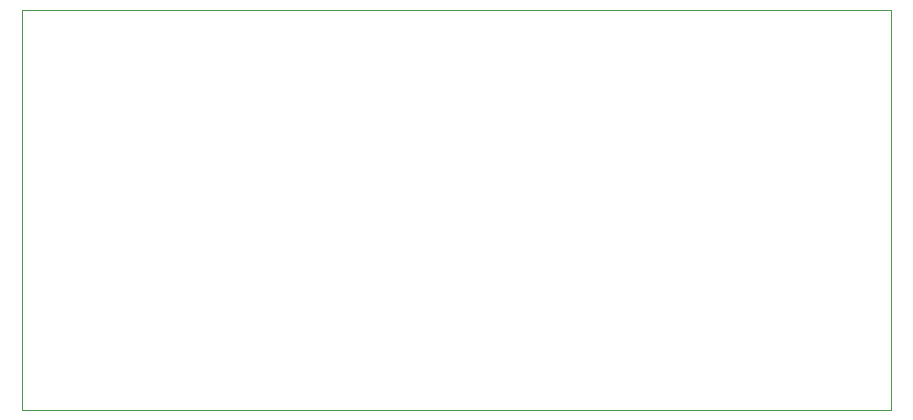
<source format=gbr>
%TF.GenerationSoftware,KiCad,Pcbnew,8.0.9*%
%TF.CreationDate,2025-07-26T13:13:37-07:00*%
%TF.ProjectId,ayushi_hermes_project,61797573-6869-45f6-9865-726d65735f70,rev?*%
%TF.SameCoordinates,Original*%
%TF.FileFunction,Profile,NP*%
%FSLAX46Y46*%
G04 Gerber Fmt 4.6, Leading zero omitted, Abs format (unit mm)*
G04 Created by KiCad (PCBNEW 8.0.9) date 2025-07-26 13:13:37*
%MOMM*%
%LPD*%
G01*
G04 APERTURE LIST*
%TA.AperFunction,Profile*%
%ADD10C,0.050000*%
%TD*%
G04 APERTURE END LIST*
D10*
X55880000Y-72720200D02*
X129463800Y-72720200D01*
X129463800Y-106527600D01*
X55880000Y-106527600D01*
X55880000Y-72720200D01*
M02*

</source>
